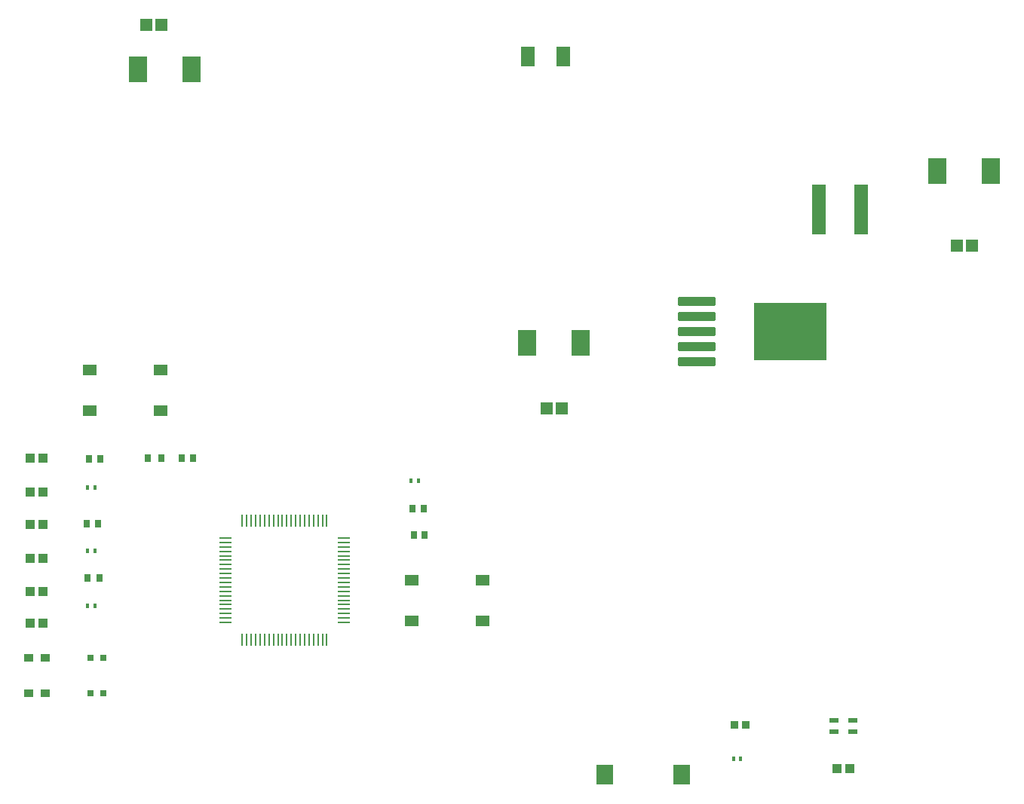
<source format=gtp>
G04*
G04 #@! TF.GenerationSoftware,Altium Limited,Altium Designer,24.8.2 (39)*
G04*
G04 Layer_Color=8421504*
%FSLAX44Y44*%
%MOMM*%
G71*
G04*
G04 #@! TF.SameCoordinates,4885581F-0604-4F09-9491-639391A0AD0E*
G04*
G04*
G04 #@! TF.FilePolarity,Positive*
G04*
G01*
G75*
%ADD17R,0.2794X1.3589*%
%ADD18R,1.3589X0.2794*%
%ADD19R,1.0549X1.0062*%
%ADD20R,1.3500X1.4500*%
%ADD21R,0.4000X0.5000*%
%ADD22R,0.7581X0.8121*%
%ADD23R,2.0000X3.0000*%
%ADD24R,1.6000X5.7000*%
G04:AMPARAMS|DCode=25|XSize=6.4mm|YSize=8.2mm|CornerRadius=0.064mm|HoleSize=0mm|Usage=FLASHONLY|Rotation=90.000|XOffset=0mm|YOffset=0mm|HoleType=Round|Shape=RoundedRectangle|*
%AMROUNDEDRECTD25*
21,1,6.4000,8.0720,0,0,90.0*
21,1,6.2720,8.2000,0,0,90.0*
1,1,0.1280,4.0360,3.1360*
1,1,0.1280,4.0360,-3.1360*
1,1,0.1280,-4.0360,-3.1360*
1,1,0.1280,-4.0360,3.1360*
%
%ADD25ROUNDEDRECTD25*%
G04:AMPARAMS|DCode=26|XSize=1mm|YSize=4.15mm|CornerRadius=0.05mm|HoleSize=0mm|Usage=FLASHONLY|Rotation=90.000|XOffset=0mm|YOffset=0mm|HoleType=Round|Shape=RoundedRectangle|*
%AMROUNDEDRECTD26*
21,1,1.0000,4.0500,0,0,90.0*
21,1,0.9000,4.1500,0,0,90.0*
1,1,0.1000,2.0250,0.4500*
1,1,0.1000,2.0250,-0.4500*
1,1,0.1000,-2.0250,-0.4500*
1,1,0.1000,-2.0250,0.4500*
%
%ADD26ROUNDEDRECTD26*%
%ADD27R,1.6002X2.2098*%
%ADD28R,0.7500X0.8500*%
%ADD29R,0.7000X0.8500*%
%ADD30R,0.8000X0.8000*%
%ADD31R,1.0000X0.9000*%
%ADD32R,0.8549X0.9062*%
%ADD33R,1.9000X2.3000*%
%ADD34R,1.0668X0.6096*%
%ADD35R,1.5500X1.3000*%
%ADD36R,0.8000X0.9000*%
D17*
X1010410Y1284668D02*
D03*
X1015410D02*
D03*
X1020410D02*
D03*
X1025410D02*
D03*
X1030410D02*
D03*
X1035410D02*
D03*
X1040410D02*
D03*
X1045410D02*
D03*
X1050410D02*
D03*
X1055410D02*
D03*
X1060410D02*
D03*
X1065410D02*
D03*
X1070410D02*
D03*
X1075410D02*
D03*
X1080410D02*
D03*
X1085410D02*
D03*
X1090410D02*
D03*
X1095410D02*
D03*
X1100410D02*
D03*
X1105410D02*
D03*
Y1151191D02*
D03*
X1100410D02*
D03*
X1095410D02*
D03*
X1090410D02*
D03*
X1085410D02*
D03*
X1080410D02*
D03*
X1075410D02*
D03*
X1070410D02*
D03*
X1065410D02*
D03*
X1060410D02*
D03*
X1055410D02*
D03*
X1050410D02*
D03*
X1045410D02*
D03*
X1040410D02*
D03*
X1035410D02*
D03*
X1030410D02*
D03*
X1025410D02*
D03*
X1020410D02*
D03*
X1015410D02*
D03*
X1010410D02*
D03*
D18*
X1124649Y1265430D02*
D03*
Y1260430D02*
D03*
Y1255430D02*
D03*
Y1250430D02*
D03*
Y1245430D02*
D03*
Y1240430D02*
D03*
Y1235430D02*
D03*
Y1230430D02*
D03*
Y1225430D02*
D03*
Y1220430D02*
D03*
Y1215430D02*
D03*
Y1210430D02*
D03*
Y1205430D02*
D03*
Y1200430D02*
D03*
Y1195430D02*
D03*
Y1190430D02*
D03*
Y1185430D02*
D03*
Y1180430D02*
D03*
Y1175430D02*
D03*
Y1170430D02*
D03*
X991171D02*
D03*
Y1175430D02*
D03*
Y1180430D02*
D03*
Y1185430D02*
D03*
Y1190430D02*
D03*
Y1195430D02*
D03*
Y1200430D02*
D03*
Y1205430D02*
D03*
Y1210430D02*
D03*
Y1215430D02*
D03*
Y1220430D02*
D03*
Y1225430D02*
D03*
Y1230430D02*
D03*
Y1235430D02*
D03*
Y1240430D02*
D03*
Y1245430D02*
D03*
Y1250430D02*
D03*
Y1255430D02*
D03*
Y1260430D02*
D03*
Y1265430D02*
D03*
D19*
X772524Y1242060D02*
D03*
X787036D02*
D03*
X772524Y1169670D02*
D03*
X787037D02*
D03*
X772524Y1355090D02*
D03*
X787037D02*
D03*
X772524Y1316990D02*
D03*
X787036D02*
D03*
X772524Y1280160D02*
D03*
X787037D02*
D03*
X772160Y1205230D02*
D03*
X786673D02*
D03*
X1692546Y1005840D02*
D03*
X1678034D02*
D03*
D20*
X1352550Y1410970D02*
D03*
X1369050D02*
D03*
X902970Y1841500D02*
D03*
X919470D02*
D03*
X1812930Y1593850D02*
D03*
X1829430D02*
D03*
D21*
X844930Y1322070D02*
D03*
X836930D02*
D03*
X844740Y1188720D02*
D03*
X836740D02*
D03*
X844930Y1250950D02*
D03*
X836930D02*
D03*
X1569910Y1017270D02*
D03*
X1561910D02*
D03*
X1199960Y1329690D02*
D03*
X1207960D02*
D03*
D22*
X838280Y1353820D02*
D03*
X850820D02*
D03*
D23*
X893290Y1791970D02*
D03*
X953290D02*
D03*
X1791180Y1677670D02*
D03*
X1851180D02*
D03*
X1330170Y1484630D02*
D03*
X1390170D02*
D03*
D24*
X1704980Y1634490D02*
D03*
X1657980D02*
D03*
D25*
X1625600Y1497330D02*
D03*
D26*
X1521100Y1463330D02*
D03*
Y1480330D02*
D03*
Y1497330D02*
D03*
Y1514330D02*
D03*
Y1531330D02*
D03*
D27*
X1331341Y1805940D02*
D03*
X1371219D02*
D03*
D28*
X836780Y1220470D02*
D03*
X849780D02*
D03*
X1201120Y1297940D02*
D03*
X1214120D02*
D03*
X942340Y1355090D02*
D03*
X955340D02*
D03*
D29*
X835760Y1281430D02*
D03*
X848260D02*
D03*
X1202790Y1268730D02*
D03*
X1215290D02*
D03*
D30*
X854590Y1090930D02*
D03*
X839590D02*
D03*
X854590Y1130300D02*
D03*
X839590D02*
D03*
D31*
X788780Y1090930D02*
D03*
X770780D02*
D03*
X788780Y1130300D02*
D03*
X770780D02*
D03*
D32*
X1575977Y1055370D02*
D03*
X1563463D02*
D03*
D33*
X1504000Y999490D02*
D03*
X1417000D02*
D03*
D34*
X1695958Y1060100D02*
D03*
Y1048100D02*
D03*
X1674622D02*
D03*
Y1060100D02*
D03*
D35*
X1201040Y1217570D02*
D03*
Y1172570D02*
D03*
X1280540Y1217570D02*
D03*
Y1172570D02*
D03*
X839090Y1453790D02*
D03*
Y1408790D02*
D03*
X918590Y1453790D02*
D03*
Y1408790D02*
D03*
D36*
X919360Y1355090D02*
D03*
X904360D02*
D03*
M02*

</source>
